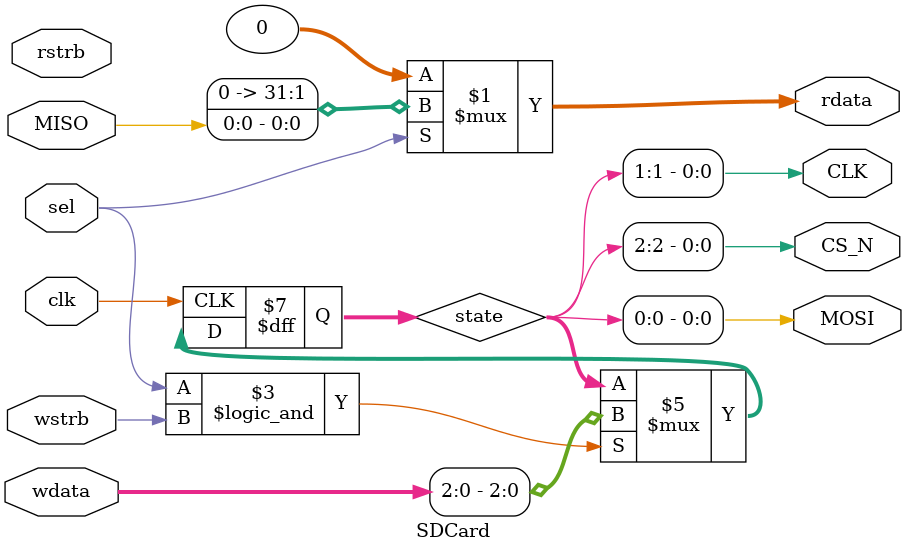
<source format=v>

module SDCard(
    input wire 	       clk,   // system clock
    input wire 	       rstrb, // read strobe		
    input wire 	       wstrb, // write strobe
    input wire 	       sel,   // select (read/write ignored if low)
    input wire [31:0]  wdata, // data to be written
    output wire [31:0] rdata, // read data

    output wire        MOSI,
    input wire 	       MISO,
    output wire	       CS_N,
    output wire        CLK
);
   reg [2:0] state; // CS_N,CLK,MOSI

   assign CS_N = state[2];
   assign CLK  = state[1];
   assign MOSI = state[0];
   
   initial begin
      state = 3'b100;
   end
   
   assign rdata = (sel ? {31'b0, MISO} : 32'b0);
   
   always @(posedge clk) begin
      if(sel && wstrb) begin
	 state <= wdata[2:0];
      end
   end
   
endmodule

</source>
